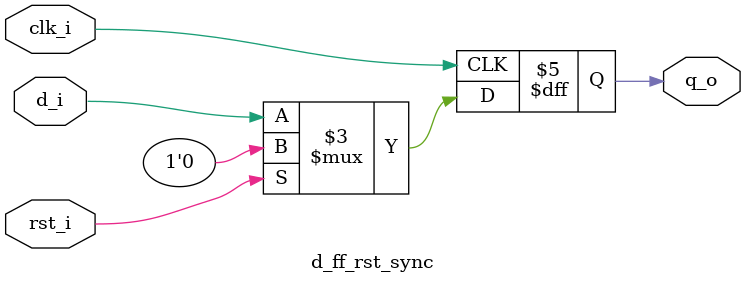
<source format=v>

module d_ff_rst_sync (
  input      clk_i,  
  input      rst_i, 
  input      d_i,     
  output reg q_o      
);

  always @(posedge clk_i) begin   
    if (rst_i)   
      q_o <= 1'b0;    
    else 
      q_o <= d_i;     
  end

endmodule
</source>
